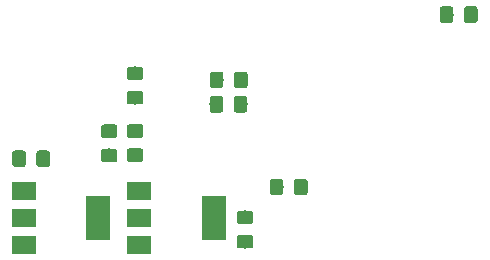
<source format=gbr>
G04 #@! TF.GenerationSoftware,KiCad,Pcbnew,(5.1.4)-1*
G04 #@! TF.CreationDate,2020-06-16T20:58:40+02:00*
G04 #@! TF.ProjectId,STM32F030C6_Board,53544d33-3246-4303-9330-43365f426f61,rev?*
G04 #@! TF.SameCoordinates,Original*
G04 #@! TF.FileFunction,Paste,Bot*
G04 #@! TF.FilePolarity,Positive*
%FSLAX46Y46*%
G04 Gerber Fmt 4.6, Leading zero omitted, Abs format (unit mm)*
G04 Created by KiCad (PCBNEW (5.1.4)-1) date 2020-06-16 20:58:40*
%MOMM*%
%LPD*%
G04 APERTURE LIST*
%ADD10C,0.100000*%
%ADD11C,1.150000*%
%ADD12R,2.000000X3.800000*%
%ADD13R,2.000000X1.500000*%
G04 APERTURE END LIST*
D10*
G36*
X167899504Y-103026205D02*
G01*
X167923772Y-103029805D01*
X167947571Y-103035766D01*
X167970670Y-103044031D01*
X167992849Y-103054521D01*
X168013892Y-103067133D01*
X168033598Y-103081748D01*
X168051776Y-103098224D01*
X168068252Y-103116402D01*
X168082867Y-103136108D01*
X168095479Y-103157151D01*
X168105969Y-103179330D01*
X168114234Y-103202429D01*
X168120195Y-103226228D01*
X168123795Y-103250496D01*
X168124999Y-103275000D01*
X168124999Y-104175002D01*
X168123795Y-104199506D01*
X168120195Y-104223774D01*
X168114234Y-104247573D01*
X168105969Y-104270672D01*
X168095479Y-104292851D01*
X168082867Y-104313894D01*
X168068252Y-104333600D01*
X168051776Y-104351778D01*
X168033598Y-104368254D01*
X168013892Y-104382869D01*
X167992849Y-104395481D01*
X167970670Y-104405971D01*
X167947571Y-104414236D01*
X167923772Y-104420197D01*
X167899504Y-104423797D01*
X167875000Y-104425001D01*
X167224998Y-104425001D01*
X167200494Y-104423797D01*
X167176226Y-104420197D01*
X167152427Y-104414236D01*
X167129328Y-104405971D01*
X167107149Y-104395481D01*
X167086106Y-104382869D01*
X167066400Y-104368254D01*
X167048222Y-104351778D01*
X167031746Y-104333600D01*
X167017131Y-104313894D01*
X167004519Y-104292851D01*
X166994029Y-104270672D01*
X166985764Y-104247573D01*
X166979803Y-104223774D01*
X166976203Y-104199506D01*
X166974999Y-104175002D01*
X166974999Y-103275000D01*
X166976203Y-103250496D01*
X166979803Y-103226228D01*
X166985764Y-103202429D01*
X166994029Y-103179330D01*
X167004519Y-103157151D01*
X167017131Y-103136108D01*
X167031746Y-103116402D01*
X167048222Y-103098224D01*
X167066400Y-103081748D01*
X167086106Y-103067133D01*
X167107149Y-103054521D01*
X167129328Y-103044031D01*
X167152427Y-103035766D01*
X167176226Y-103029805D01*
X167200494Y-103026205D01*
X167224998Y-103025001D01*
X167875000Y-103025001D01*
X167899504Y-103026205D01*
X167899504Y-103026205D01*
G37*
D11*
X167549999Y-103725001D03*
D10*
G36*
X165849504Y-103026205D02*
G01*
X165873772Y-103029805D01*
X165897571Y-103035766D01*
X165920670Y-103044031D01*
X165942849Y-103054521D01*
X165963892Y-103067133D01*
X165983598Y-103081748D01*
X166001776Y-103098224D01*
X166018252Y-103116402D01*
X166032867Y-103136108D01*
X166045479Y-103157151D01*
X166055969Y-103179330D01*
X166064234Y-103202429D01*
X166070195Y-103226228D01*
X166073795Y-103250496D01*
X166074999Y-103275000D01*
X166074999Y-104175002D01*
X166073795Y-104199506D01*
X166070195Y-104223774D01*
X166064234Y-104247573D01*
X166055969Y-104270672D01*
X166045479Y-104292851D01*
X166032867Y-104313894D01*
X166018252Y-104333600D01*
X166001776Y-104351778D01*
X165983598Y-104368254D01*
X165963892Y-104382869D01*
X165942849Y-104395481D01*
X165920670Y-104405971D01*
X165897571Y-104414236D01*
X165873772Y-104420197D01*
X165849504Y-104423797D01*
X165825000Y-104425001D01*
X165174998Y-104425001D01*
X165150494Y-104423797D01*
X165126226Y-104420197D01*
X165102427Y-104414236D01*
X165079328Y-104405971D01*
X165057149Y-104395481D01*
X165036106Y-104382869D01*
X165016400Y-104368254D01*
X164998222Y-104351778D01*
X164981746Y-104333600D01*
X164967131Y-104313894D01*
X164954519Y-104292851D01*
X164944029Y-104270672D01*
X164935764Y-104247573D01*
X164929803Y-104223774D01*
X164926203Y-104199506D01*
X164924999Y-104175002D01*
X164924999Y-103275000D01*
X164926203Y-103250496D01*
X164929803Y-103226228D01*
X164935764Y-103202429D01*
X164944029Y-103179330D01*
X164954519Y-103157151D01*
X164967131Y-103136108D01*
X164981746Y-103116402D01*
X164998222Y-103098224D01*
X165016400Y-103081748D01*
X165036106Y-103067133D01*
X165057149Y-103054521D01*
X165079328Y-103044031D01*
X165102427Y-103035766D01*
X165126226Y-103029805D01*
X165150494Y-103026205D01*
X165174998Y-103025001D01*
X165825000Y-103025001D01*
X165849504Y-103026205D01*
X165849504Y-103026205D01*
G37*
D11*
X165499999Y-103725001D03*
D10*
G36*
X159074505Y-102601204D02*
G01*
X159098773Y-102604804D01*
X159122572Y-102610765D01*
X159145671Y-102619030D01*
X159167850Y-102629520D01*
X159188893Y-102642132D01*
X159208599Y-102656747D01*
X159226777Y-102673223D01*
X159243253Y-102691401D01*
X159257868Y-102711107D01*
X159270480Y-102732150D01*
X159280970Y-102754329D01*
X159289235Y-102777428D01*
X159295196Y-102801227D01*
X159298796Y-102825495D01*
X159300000Y-102849999D01*
X159300000Y-103500001D01*
X159298796Y-103524505D01*
X159295196Y-103548773D01*
X159289235Y-103572572D01*
X159280970Y-103595671D01*
X159270480Y-103617850D01*
X159257868Y-103638893D01*
X159243253Y-103658599D01*
X159226777Y-103676777D01*
X159208599Y-103693253D01*
X159188893Y-103707868D01*
X159167850Y-103720480D01*
X159145671Y-103730970D01*
X159122572Y-103739235D01*
X159098773Y-103745196D01*
X159074505Y-103748796D01*
X159050001Y-103750000D01*
X158149999Y-103750000D01*
X158125495Y-103748796D01*
X158101227Y-103745196D01*
X158077428Y-103739235D01*
X158054329Y-103730970D01*
X158032150Y-103720480D01*
X158011107Y-103707868D01*
X157991401Y-103693253D01*
X157973223Y-103676777D01*
X157956747Y-103658599D01*
X157942132Y-103638893D01*
X157929520Y-103617850D01*
X157919030Y-103595671D01*
X157910765Y-103572572D01*
X157904804Y-103548773D01*
X157901204Y-103524505D01*
X157900000Y-103500001D01*
X157900000Y-102849999D01*
X157901204Y-102825495D01*
X157904804Y-102801227D01*
X157910765Y-102777428D01*
X157919030Y-102754329D01*
X157929520Y-102732150D01*
X157942132Y-102711107D01*
X157956747Y-102691401D01*
X157973223Y-102673223D01*
X157991401Y-102656747D01*
X158011107Y-102642132D01*
X158032150Y-102629520D01*
X158054329Y-102619030D01*
X158077428Y-102610765D01*
X158101227Y-102604804D01*
X158125495Y-102601204D01*
X158149999Y-102600000D01*
X159050001Y-102600000D01*
X159074505Y-102601204D01*
X159074505Y-102601204D01*
G37*
D11*
X158600000Y-103175000D03*
D10*
G36*
X159074505Y-104651204D02*
G01*
X159098773Y-104654804D01*
X159122572Y-104660765D01*
X159145671Y-104669030D01*
X159167850Y-104679520D01*
X159188893Y-104692132D01*
X159208599Y-104706747D01*
X159226777Y-104723223D01*
X159243253Y-104741401D01*
X159257868Y-104761107D01*
X159270480Y-104782150D01*
X159280970Y-104804329D01*
X159289235Y-104827428D01*
X159295196Y-104851227D01*
X159298796Y-104875495D01*
X159300000Y-104899999D01*
X159300000Y-105550001D01*
X159298796Y-105574505D01*
X159295196Y-105598773D01*
X159289235Y-105622572D01*
X159280970Y-105645671D01*
X159270480Y-105667850D01*
X159257868Y-105688893D01*
X159243253Y-105708599D01*
X159226777Y-105726777D01*
X159208599Y-105743253D01*
X159188893Y-105757868D01*
X159167850Y-105770480D01*
X159145671Y-105780970D01*
X159122572Y-105789235D01*
X159098773Y-105795196D01*
X159074505Y-105798796D01*
X159050001Y-105800000D01*
X158149999Y-105800000D01*
X158125495Y-105798796D01*
X158101227Y-105795196D01*
X158077428Y-105789235D01*
X158054329Y-105780970D01*
X158032150Y-105770480D01*
X158011107Y-105757868D01*
X157991401Y-105743253D01*
X157973223Y-105726777D01*
X157956747Y-105708599D01*
X157942132Y-105688893D01*
X157929520Y-105667850D01*
X157919030Y-105645671D01*
X157910765Y-105622572D01*
X157904804Y-105598773D01*
X157901204Y-105574505D01*
X157900000Y-105550001D01*
X157900000Y-104899999D01*
X157901204Y-104875495D01*
X157904804Y-104851227D01*
X157910765Y-104827428D01*
X157919030Y-104804329D01*
X157929520Y-104782150D01*
X157942132Y-104761107D01*
X157956747Y-104741401D01*
X157973223Y-104723223D01*
X157991401Y-104706747D01*
X158011107Y-104692132D01*
X158032150Y-104679520D01*
X158054329Y-104669030D01*
X158077428Y-104660765D01*
X158101227Y-104654804D01*
X158125495Y-104651204D01*
X158149999Y-104650000D01*
X159050001Y-104650000D01*
X159074505Y-104651204D01*
X159074505Y-104651204D01*
G37*
D11*
X158600000Y-105225000D03*
D10*
G36*
X159074505Y-107476204D02*
G01*
X159098773Y-107479804D01*
X159122572Y-107485765D01*
X159145671Y-107494030D01*
X159167850Y-107504520D01*
X159188893Y-107517132D01*
X159208599Y-107531747D01*
X159226777Y-107548223D01*
X159243253Y-107566401D01*
X159257868Y-107586107D01*
X159270480Y-107607150D01*
X159280970Y-107629329D01*
X159289235Y-107652428D01*
X159295196Y-107676227D01*
X159298796Y-107700495D01*
X159300000Y-107724999D01*
X159300000Y-108375001D01*
X159298796Y-108399505D01*
X159295196Y-108423773D01*
X159289235Y-108447572D01*
X159280970Y-108470671D01*
X159270480Y-108492850D01*
X159257868Y-108513893D01*
X159243253Y-108533599D01*
X159226777Y-108551777D01*
X159208599Y-108568253D01*
X159188893Y-108582868D01*
X159167850Y-108595480D01*
X159145671Y-108605970D01*
X159122572Y-108614235D01*
X159098773Y-108620196D01*
X159074505Y-108623796D01*
X159050001Y-108625000D01*
X158149999Y-108625000D01*
X158125495Y-108623796D01*
X158101227Y-108620196D01*
X158077428Y-108614235D01*
X158054329Y-108605970D01*
X158032150Y-108595480D01*
X158011107Y-108582868D01*
X157991401Y-108568253D01*
X157973223Y-108551777D01*
X157956747Y-108533599D01*
X157942132Y-108513893D01*
X157929520Y-108492850D01*
X157919030Y-108470671D01*
X157910765Y-108447572D01*
X157904804Y-108423773D01*
X157901204Y-108399505D01*
X157900000Y-108375001D01*
X157900000Y-107724999D01*
X157901204Y-107700495D01*
X157904804Y-107676227D01*
X157910765Y-107652428D01*
X157919030Y-107629329D01*
X157929520Y-107607150D01*
X157942132Y-107586107D01*
X157956747Y-107566401D01*
X157973223Y-107548223D01*
X157991401Y-107531747D01*
X158011107Y-107517132D01*
X158032150Y-107504520D01*
X158054329Y-107494030D01*
X158077428Y-107485765D01*
X158101227Y-107479804D01*
X158125495Y-107476204D01*
X158149999Y-107475000D01*
X159050001Y-107475000D01*
X159074505Y-107476204D01*
X159074505Y-107476204D01*
G37*
D11*
X158600000Y-108050000D03*
D10*
G36*
X159074505Y-109526204D02*
G01*
X159098773Y-109529804D01*
X159122572Y-109535765D01*
X159145671Y-109544030D01*
X159167850Y-109554520D01*
X159188893Y-109567132D01*
X159208599Y-109581747D01*
X159226777Y-109598223D01*
X159243253Y-109616401D01*
X159257868Y-109636107D01*
X159270480Y-109657150D01*
X159280970Y-109679329D01*
X159289235Y-109702428D01*
X159295196Y-109726227D01*
X159298796Y-109750495D01*
X159300000Y-109774999D01*
X159300000Y-110425001D01*
X159298796Y-110449505D01*
X159295196Y-110473773D01*
X159289235Y-110497572D01*
X159280970Y-110520671D01*
X159270480Y-110542850D01*
X159257868Y-110563893D01*
X159243253Y-110583599D01*
X159226777Y-110601777D01*
X159208599Y-110618253D01*
X159188893Y-110632868D01*
X159167850Y-110645480D01*
X159145671Y-110655970D01*
X159122572Y-110664235D01*
X159098773Y-110670196D01*
X159074505Y-110673796D01*
X159050001Y-110675000D01*
X158149999Y-110675000D01*
X158125495Y-110673796D01*
X158101227Y-110670196D01*
X158077428Y-110664235D01*
X158054329Y-110655970D01*
X158032150Y-110645480D01*
X158011107Y-110632868D01*
X157991401Y-110618253D01*
X157973223Y-110601777D01*
X157956747Y-110583599D01*
X157942132Y-110563893D01*
X157929520Y-110542850D01*
X157919030Y-110520671D01*
X157910765Y-110497572D01*
X157904804Y-110473773D01*
X157901204Y-110449505D01*
X157900000Y-110425001D01*
X157900000Y-109774999D01*
X157901204Y-109750495D01*
X157904804Y-109726227D01*
X157910765Y-109702428D01*
X157919030Y-109679329D01*
X157929520Y-109657150D01*
X157942132Y-109636107D01*
X157956747Y-109616401D01*
X157973223Y-109598223D01*
X157991401Y-109581747D01*
X158011107Y-109567132D01*
X158032150Y-109554520D01*
X158054329Y-109544030D01*
X158077428Y-109535765D01*
X158101227Y-109529804D01*
X158125495Y-109526204D01*
X158149999Y-109525000D01*
X159050001Y-109525000D01*
X159074505Y-109526204D01*
X159074505Y-109526204D01*
G37*
D11*
X158600000Y-110100000D03*
D10*
G36*
X156874505Y-109551204D02*
G01*
X156898773Y-109554804D01*
X156922572Y-109560765D01*
X156945671Y-109569030D01*
X156967850Y-109579520D01*
X156988893Y-109592132D01*
X157008599Y-109606747D01*
X157026777Y-109623223D01*
X157043253Y-109641401D01*
X157057868Y-109661107D01*
X157070480Y-109682150D01*
X157080970Y-109704329D01*
X157089235Y-109727428D01*
X157095196Y-109751227D01*
X157098796Y-109775495D01*
X157100000Y-109799999D01*
X157100000Y-110450001D01*
X157098796Y-110474505D01*
X157095196Y-110498773D01*
X157089235Y-110522572D01*
X157080970Y-110545671D01*
X157070480Y-110567850D01*
X157057868Y-110588893D01*
X157043253Y-110608599D01*
X157026777Y-110626777D01*
X157008599Y-110643253D01*
X156988893Y-110657868D01*
X156967850Y-110670480D01*
X156945671Y-110680970D01*
X156922572Y-110689235D01*
X156898773Y-110695196D01*
X156874505Y-110698796D01*
X156850001Y-110700000D01*
X155949999Y-110700000D01*
X155925495Y-110698796D01*
X155901227Y-110695196D01*
X155877428Y-110689235D01*
X155854329Y-110680970D01*
X155832150Y-110670480D01*
X155811107Y-110657868D01*
X155791401Y-110643253D01*
X155773223Y-110626777D01*
X155756747Y-110608599D01*
X155742132Y-110588893D01*
X155729520Y-110567850D01*
X155719030Y-110545671D01*
X155710765Y-110522572D01*
X155704804Y-110498773D01*
X155701204Y-110474505D01*
X155700000Y-110450001D01*
X155700000Y-109799999D01*
X155701204Y-109775495D01*
X155704804Y-109751227D01*
X155710765Y-109727428D01*
X155719030Y-109704329D01*
X155729520Y-109682150D01*
X155742132Y-109661107D01*
X155756747Y-109641401D01*
X155773223Y-109623223D01*
X155791401Y-109606747D01*
X155811107Y-109592132D01*
X155832150Y-109579520D01*
X155854329Y-109569030D01*
X155877428Y-109560765D01*
X155901227Y-109554804D01*
X155925495Y-109551204D01*
X155949999Y-109550000D01*
X156850001Y-109550000D01*
X156874505Y-109551204D01*
X156874505Y-109551204D01*
G37*
D11*
X156400000Y-110125000D03*
D10*
G36*
X156874505Y-107501204D02*
G01*
X156898773Y-107504804D01*
X156922572Y-107510765D01*
X156945671Y-107519030D01*
X156967850Y-107529520D01*
X156988893Y-107542132D01*
X157008599Y-107556747D01*
X157026777Y-107573223D01*
X157043253Y-107591401D01*
X157057868Y-107611107D01*
X157070480Y-107632150D01*
X157080970Y-107654329D01*
X157089235Y-107677428D01*
X157095196Y-107701227D01*
X157098796Y-107725495D01*
X157100000Y-107749999D01*
X157100000Y-108400001D01*
X157098796Y-108424505D01*
X157095196Y-108448773D01*
X157089235Y-108472572D01*
X157080970Y-108495671D01*
X157070480Y-108517850D01*
X157057868Y-108538893D01*
X157043253Y-108558599D01*
X157026777Y-108576777D01*
X157008599Y-108593253D01*
X156988893Y-108607868D01*
X156967850Y-108620480D01*
X156945671Y-108630970D01*
X156922572Y-108639235D01*
X156898773Y-108645196D01*
X156874505Y-108648796D01*
X156850001Y-108650000D01*
X155949999Y-108650000D01*
X155925495Y-108648796D01*
X155901227Y-108645196D01*
X155877428Y-108639235D01*
X155854329Y-108630970D01*
X155832150Y-108620480D01*
X155811107Y-108607868D01*
X155791401Y-108593253D01*
X155773223Y-108576777D01*
X155756747Y-108558599D01*
X155742132Y-108538893D01*
X155729520Y-108517850D01*
X155719030Y-108495671D01*
X155710765Y-108472572D01*
X155704804Y-108448773D01*
X155701204Y-108424505D01*
X155700000Y-108400001D01*
X155700000Y-107749999D01*
X155701204Y-107725495D01*
X155704804Y-107701227D01*
X155710765Y-107677428D01*
X155719030Y-107654329D01*
X155729520Y-107632150D01*
X155742132Y-107611107D01*
X155756747Y-107591401D01*
X155773223Y-107573223D01*
X155791401Y-107556747D01*
X155811107Y-107542132D01*
X155832150Y-107529520D01*
X155854329Y-107519030D01*
X155877428Y-107510765D01*
X155901227Y-107504804D01*
X155925495Y-107501204D01*
X155949999Y-107500000D01*
X156850001Y-107500000D01*
X156874505Y-107501204D01*
X156874505Y-107501204D01*
G37*
D11*
X156400000Y-108075000D03*
D10*
G36*
X149124505Y-109701204D02*
G01*
X149148773Y-109704804D01*
X149172572Y-109710765D01*
X149195671Y-109719030D01*
X149217850Y-109729520D01*
X149238893Y-109742132D01*
X149258599Y-109756747D01*
X149276777Y-109773223D01*
X149293253Y-109791401D01*
X149307868Y-109811107D01*
X149320480Y-109832150D01*
X149330970Y-109854329D01*
X149339235Y-109877428D01*
X149345196Y-109901227D01*
X149348796Y-109925495D01*
X149350000Y-109949999D01*
X149350000Y-110850001D01*
X149348796Y-110874505D01*
X149345196Y-110898773D01*
X149339235Y-110922572D01*
X149330970Y-110945671D01*
X149320480Y-110967850D01*
X149307868Y-110988893D01*
X149293253Y-111008599D01*
X149276777Y-111026777D01*
X149258599Y-111043253D01*
X149238893Y-111057868D01*
X149217850Y-111070480D01*
X149195671Y-111080970D01*
X149172572Y-111089235D01*
X149148773Y-111095196D01*
X149124505Y-111098796D01*
X149100001Y-111100000D01*
X148449999Y-111100000D01*
X148425495Y-111098796D01*
X148401227Y-111095196D01*
X148377428Y-111089235D01*
X148354329Y-111080970D01*
X148332150Y-111070480D01*
X148311107Y-111057868D01*
X148291401Y-111043253D01*
X148273223Y-111026777D01*
X148256747Y-111008599D01*
X148242132Y-110988893D01*
X148229520Y-110967850D01*
X148219030Y-110945671D01*
X148210765Y-110922572D01*
X148204804Y-110898773D01*
X148201204Y-110874505D01*
X148200000Y-110850001D01*
X148200000Y-109949999D01*
X148201204Y-109925495D01*
X148204804Y-109901227D01*
X148210765Y-109877428D01*
X148219030Y-109854329D01*
X148229520Y-109832150D01*
X148242132Y-109811107D01*
X148256747Y-109791401D01*
X148273223Y-109773223D01*
X148291401Y-109756747D01*
X148311107Y-109742132D01*
X148332150Y-109729520D01*
X148354329Y-109719030D01*
X148377428Y-109710765D01*
X148401227Y-109704804D01*
X148425495Y-109701204D01*
X148449999Y-109700000D01*
X149100001Y-109700000D01*
X149124505Y-109701204D01*
X149124505Y-109701204D01*
G37*
D11*
X148775000Y-110400000D03*
D10*
G36*
X151174505Y-109701204D02*
G01*
X151198773Y-109704804D01*
X151222572Y-109710765D01*
X151245671Y-109719030D01*
X151267850Y-109729520D01*
X151288893Y-109742132D01*
X151308599Y-109756747D01*
X151326777Y-109773223D01*
X151343253Y-109791401D01*
X151357868Y-109811107D01*
X151370480Y-109832150D01*
X151380970Y-109854329D01*
X151389235Y-109877428D01*
X151395196Y-109901227D01*
X151398796Y-109925495D01*
X151400000Y-109949999D01*
X151400000Y-110850001D01*
X151398796Y-110874505D01*
X151395196Y-110898773D01*
X151389235Y-110922572D01*
X151380970Y-110945671D01*
X151370480Y-110967850D01*
X151357868Y-110988893D01*
X151343253Y-111008599D01*
X151326777Y-111026777D01*
X151308599Y-111043253D01*
X151288893Y-111057868D01*
X151267850Y-111070480D01*
X151245671Y-111080970D01*
X151222572Y-111089235D01*
X151198773Y-111095196D01*
X151174505Y-111098796D01*
X151150001Y-111100000D01*
X150499999Y-111100000D01*
X150475495Y-111098796D01*
X150451227Y-111095196D01*
X150427428Y-111089235D01*
X150404329Y-111080970D01*
X150382150Y-111070480D01*
X150361107Y-111057868D01*
X150341401Y-111043253D01*
X150323223Y-111026777D01*
X150306747Y-111008599D01*
X150292132Y-110988893D01*
X150279520Y-110967850D01*
X150269030Y-110945671D01*
X150260765Y-110922572D01*
X150254804Y-110898773D01*
X150251204Y-110874505D01*
X150250000Y-110850001D01*
X150250000Y-109949999D01*
X150251204Y-109925495D01*
X150254804Y-109901227D01*
X150260765Y-109877428D01*
X150269030Y-109854329D01*
X150279520Y-109832150D01*
X150292132Y-109811107D01*
X150306747Y-109791401D01*
X150323223Y-109773223D01*
X150341401Y-109756747D01*
X150361107Y-109742132D01*
X150382150Y-109729520D01*
X150404329Y-109719030D01*
X150427428Y-109710765D01*
X150451227Y-109704804D01*
X150475495Y-109701204D01*
X150499999Y-109700000D01*
X151150001Y-109700000D01*
X151174505Y-109701204D01*
X151174505Y-109701204D01*
G37*
D11*
X150825000Y-110400000D03*
D10*
G36*
X168374505Y-116851204D02*
G01*
X168398773Y-116854804D01*
X168422572Y-116860765D01*
X168445671Y-116869030D01*
X168467850Y-116879520D01*
X168488893Y-116892132D01*
X168508599Y-116906747D01*
X168526777Y-116923223D01*
X168543253Y-116941401D01*
X168557868Y-116961107D01*
X168570480Y-116982150D01*
X168580970Y-117004329D01*
X168589235Y-117027428D01*
X168595196Y-117051227D01*
X168598796Y-117075495D01*
X168600000Y-117099999D01*
X168600000Y-117750001D01*
X168598796Y-117774505D01*
X168595196Y-117798773D01*
X168589235Y-117822572D01*
X168580970Y-117845671D01*
X168570480Y-117867850D01*
X168557868Y-117888893D01*
X168543253Y-117908599D01*
X168526777Y-117926777D01*
X168508599Y-117943253D01*
X168488893Y-117957868D01*
X168467850Y-117970480D01*
X168445671Y-117980970D01*
X168422572Y-117989235D01*
X168398773Y-117995196D01*
X168374505Y-117998796D01*
X168350001Y-118000000D01*
X167449999Y-118000000D01*
X167425495Y-117998796D01*
X167401227Y-117995196D01*
X167377428Y-117989235D01*
X167354329Y-117980970D01*
X167332150Y-117970480D01*
X167311107Y-117957868D01*
X167291401Y-117943253D01*
X167273223Y-117926777D01*
X167256747Y-117908599D01*
X167242132Y-117888893D01*
X167229520Y-117867850D01*
X167219030Y-117845671D01*
X167210765Y-117822572D01*
X167204804Y-117798773D01*
X167201204Y-117774505D01*
X167200000Y-117750001D01*
X167200000Y-117099999D01*
X167201204Y-117075495D01*
X167204804Y-117051227D01*
X167210765Y-117027428D01*
X167219030Y-117004329D01*
X167229520Y-116982150D01*
X167242132Y-116961107D01*
X167256747Y-116941401D01*
X167273223Y-116923223D01*
X167291401Y-116906747D01*
X167311107Y-116892132D01*
X167332150Y-116879520D01*
X167354329Y-116869030D01*
X167377428Y-116860765D01*
X167401227Y-116854804D01*
X167425495Y-116851204D01*
X167449999Y-116850000D01*
X168350001Y-116850000D01*
X168374505Y-116851204D01*
X168374505Y-116851204D01*
G37*
D11*
X167900000Y-117425000D03*
D10*
G36*
X168374505Y-114801204D02*
G01*
X168398773Y-114804804D01*
X168422572Y-114810765D01*
X168445671Y-114819030D01*
X168467850Y-114829520D01*
X168488893Y-114842132D01*
X168508599Y-114856747D01*
X168526777Y-114873223D01*
X168543253Y-114891401D01*
X168557868Y-114911107D01*
X168570480Y-114932150D01*
X168580970Y-114954329D01*
X168589235Y-114977428D01*
X168595196Y-115001227D01*
X168598796Y-115025495D01*
X168600000Y-115049999D01*
X168600000Y-115700001D01*
X168598796Y-115724505D01*
X168595196Y-115748773D01*
X168589235Y-115772572D01*
X168580970Y-115795671D01*
X168570480Y-115817850D01*
X168557868Y-115838893D01*
X168543253Y-115858599D01*
X168526777Y-115876777D01*
X168508599Y-115893253D01*
X168488893Y-115907868D01*
X168467850Y-115920480D01*
X168445671Y-115930970D01*
X168422572Y-115939235D01*
X168398773Y-115945196D01*
X168374505Y-115948796D01*
X168350001Y-115950000D01*
X167449999Y-115950000D01*
X167425495Y-115948796D01*
X167401227Y-115945196D01*
X167377428Y-115939235D01*
X167354329Y-115930970D01*
X167332150Y-115920480D01*
X167311107Y-115907868D01*
X167291401Y-115893253D01*
X167273223Y-115876777D01*
X167256747Y-115858599D01*
X167242132Y-115838893D01*
X167229520Y-115817850D01*
X167219030Y-115795671D01*
X167210765Y-115772572D01*
X167204804Y-115748773D01*
X167201204Y-115724505D01*
X167200000Y-115700001D01*
X167200000Y-115049999D01*
X167201204Y-115025495D01*
X167204804Y-115001227D01*
X167210765Y-114977428D01*
X167219030Y-114954329D01*
X167229520Y-114932150D01*
X167242132Y-114911107D01*
X167256747Y-114891401D01*
X167273223Y-114873223D01*
X167291401Y-114856747D01*
X167311107Y-114842132D01*
X167332150Y-114829520D01*
X167354329Y-114819030D01*
X167377428Y-114810765D01*
X167401227Y-114804804D01*
X167425495Y-114801204D01*
X167449999Y-114800000D01*
X168350001Y-114800000D01*
X168374505Y-114801204D01*
X168374505Y-114801204D01*
G37*
D11*
X167900000Y-115375000D03*
D10*
G36*
X187374505Y-97501204D02*
G01*
X187398773Y-97504804D01*
X187422572Y-97510765D01*
X187445671Y-97519030D01*
X187467850Y-97529520D01*
X187488893Y-97542132D01*
X187508599Y-97556747D01*
X187526777Y-97573223D01*
X187543253Y-97591401D01*
X187557868Y-97611107D01*
X187570480Y-97632150D01*
X187580970Y-97654329D01*
X187589235Y-97677428D01*
X187595196Y-97701227D01*
X187598796Y-97725495D01*
X187600000Y-97749999D01*
X187600000Y-98650001D01*
X187598796Y-98674505D01*
X187595196Y-98698773D01*
X187589235Y-98722572D01*
X187580970Y-98745671D01*
X187570480Y-98767850D01*
X187557868Y-98788893D01*
X187543253Y-98808599D01*
X187526777Y-98826777D01*
X187508599Y-98843253D01*
X187488893Y-98857868D01*
X187467850Y-98870480D01*
X187445671Y-98880970D01*
X187422572Y-98889235D01*
X187398773Y-98895196D01*
X187374505Y-98898796D01*
X187350001Y-98900000D01*
X186699999Y-98900000D01*
X186675495Y-98898796D01*
X186651227Y-98895196D01*
X186627428Y-98889235D01*
X186604329Y-98880970D01*
X186582150Y-98870480D01*
X186561107Y-98857868D01*
X186541401Y-98843253D01*
X186523223Y-98826777D01*
X186506747Y-98808599D01*
X186492132Y-98788893D01*
X186479520Y-98767850D01*
X186469030Y-98745671D01*
X186460765Y-98722572D01*
X186454804Y-98698773D01*
X186451204Y-98674505D01*
X186450000Y-98650001D01*
X186450000Y-97749999D01*
X186451204Y-97725495D01*
X186454804Y-97701227D01*
X186460765Y-97677428D01*
X186469030Y-97654329D01*
X186479520Y-97632150D01*
X186492132Y-97611107D01*
X186506747Y-97591401D01*
X186523223Y-97573223D01*
X186541401Y-97556747D01*
X186561107Y-97542132D01*
X186582150Y-97529520D01*
X186604329Y-97519030D01*
X186627428Y-97510765D01*
X186651227Y-97504804D01*
X186675495Y-97501204D01*
X186699999Y-97500000D01*
X187350001Y-97500000D01*
X187374505Y-97501204D01*
X187374505Y-97501204D01*
G37*
D11*
X187025000Y-98200000D03*
D10*
G36*
X185324505Y-97501204D02*
G01*
X185348773Y-97504804D01*
X185372572Y-97510765D01*
X185395671Y-97519030D01*
X185417850Y-97529520D01*
X185438893Y-97542132D01*
X185458599Y-97556747D01*
X185476777Y-97573223D01*
X185493253Y-97591401D01*
X185507868Y-97611107D01*
X185520480Y-97632150D01*
X185530970Y-97654329D01*
X185539235Y-97677428D01*
X185545196Y-97701227D01*
X185548796Y-97725495D01*
X185550000Y-97749999D01*
X185550000Y-98650001D01*
X185548796Y-98674505D01*
X185545196Y-98698773D01*
X185539235Y-98722572D01*
X185530970Y-98745671D01*
X185520480Y-98767850D01*
X185507868Y-98788893D01*
X185493253Y-98808599D01*
X185476777Y-98826777D01*
X185458599Y-98843253D01*
X185438893Y-98857868D01*
X185417850Y-98870480D01*
X185395671Y-98880970D01*
X185372572Y-98889235D01*
X185348773Y-98895196D01*
X185324505Y-98898796D01*
X185300001Y-98900000D01*
X184649999Y-98900000D01*
X184625495Y-98898796D01*
X184601227Y-98895196D01*
X184577428Y-98889235D01*
X184554329Y-98880970D01*
X184532150Y-98870480D01*
X184511107Y-98857868D01*
X184491401Y-98843253D01*
X184473223Y-98826777D01*
X184456747Y-98808599D01*
X184442132Y-98788893D01*
X184429520Y-98767850D01*
X184419030Y-98745671D01*
X184410765Y-98722572D01*
X184404804Y-98698773D01*
X184401204Y-98674505D01*
X184400000Y-98650001D01*
X184400000Y-97749999D01*
X184401204Y-97725495D01*
X184404804Y-97701227D01*
X184410765Y-97677428D01*
X184419030Y-97654329D01*
X184429520Y-97632150D01*
X184442132Y-97611107D01*
X184456747Y-97591401D01*
X184473223Y-97573223D01*
X184491401Y-97556747D01*
X184511107Y-97542132D01*
X184532150Y-97529520D01*
X184554329Y-97519030D01*
X184577428Y-97510765D01*
X184601227Y-97504804D01*
X184625495Y-97501204D01*
X184649999Y-97500000D01*
X185300001Y-97500000D01*
X185324505Y-97501204D01*
X185324505Y-97501204D01*
G37*
D11*
X184975000Y-98200000D03*
D10*
G36*
X165824505Y-105101204D02*
G01*
X165848773Y-105104804D01*
X165872572Y-105110765D01*
X165895671Y-105119030D01*
X165917850Y-105129520D01*
X165938893Y-105142132D01*
X165958599Y-105156747D01*
X165976777Y-105173223D01*
X165993253Y-105191401D01*
X166007868Y-105211107D01*
X166020480Y-105232150D01*
X166030970Y-105254329D01*
X166039235Y-105277428D01*
X166045196Y-105301227D01*
X166048796Y-105325495D01*
X166050000Y-105349999D01*
X166050000Y-106250001D01*
X166048796Y-106274505D01*
X166045196Y-106298773D01*
X166039235Y-106322572D01*
X166030970Y-106345671D01*
X166020480Y-106367850D01*
X166007868Y-106388893D01*
X165993253Y-106408599D01*
X165976777Y-106426777D01*
X165958599Y-106443253D01*
X165938893Y-106457868D01*
X165917850Y-106470480D01*
X165895671Y-106480970D01*
X165872572Y-106489235D01*
X165848773Y-106495196D01*
X165824505Y-106498796D01*
X165800001Y-106500000D01*
X165149999Y-106500000D01*
X165125495Y-106498796D01*
X165101227Y-106495196D01*
X165077428Y-106489235D01*
X165054329Y-106480970D01*
X165032150Y-106470480D01*
X165011107Y-106457868D01*
X164991401Y-106443253D01*
X164973223Y-106426777D01*
X164956747Y-106408599D01*
X164942132Y-106388893D01*
X164929520Y-106367850D01*
X164919030Y-106345671D01*
X164910765Y-106322572D01*
X164904804Y-106298773D01*
X164901204Y-106274505D01*
X164900000Y-106250001D01*
X164900000Y-105349999D01*
X164901204Y-105325495D01*
X164904804Y-105301227D01*
X164910765Y-105277428D01*
X164919030Y-105254329D01*
X164929520Y-105232150D01*
X164942132Y-105211107D01*
X164956747Y-105191401D01*
X164973223Y-105173223D01*
X164991401Y-105156747D01*
X165011107Y-105142132D01*
X165032150Y-105129520D01*
X165054329Y-105119030D01*
X165077428Y-105110765D01*
X165101227Y-105104804D01*
X165125495Y-105101204D01*
X165149999Y-105100000D01*
X165800001Y-105100000D01*
X165824505Y-105101204D01*
X165824505Y-105101204D01*
G37*
D11*
X165475000Y-105800000D03*
D10*
G36*
X167874505Y-105101204D02*
G01*
X167898773Y-105104804D01*
X167922572Y-105110765D01*
X167945671Y-105119030D01*
X167967850Y-105129520D01*
X167988893Y-105142132D01*
X168008599Y-105156747D01*
X168026777Y-105173223D01*
X168043253Y-105191401D01*
X168057868Y-105211107D01*
X168070480Y-105232150D01*
X168080970Y-105254329D01*
X168089235Y-105277428D01*
X168095196Y-105301227D01*
X168098796Y-105325495D01*
X168100000Y-105349999D01*
X168100000Y-106250001D01*
X168098796Y-106274505D01*
X168095196Y-106298773D01*
X168089235Y-106322572D01*
X168080970Y-106345671D01*
X168070480Y-106367850D01*
X168057868Y-106388893D01*
X168043253Y-106408599D01*
X168026777Y-106426777D01*
X168008599Y-106443253D01*
X167988893Y-106457868D01*
X167967850Y-106470480D01*
X167945671Y-106480970D01*
X167922572Y-106489235D01*
X167898773Y-106495196D01*
X167874505Y-106498796D01*
X167850001Y-106500000D01*
X167199999Y-106500000D01*
X167175495Y-106498796D01*
X167151227Y-106495196D01*
X167127428Y-106489235D01*
X167104329Y-106480970D01*
X167082150Y-106470480D01*
X167061107Y-106457868D01*
X167041401Y-106443253D01*
X167023223Y-106426777D01*
X167006747Y-106408599D01*
X166992132Y-106388893D01*
X166979520Y-106367850D01*
X166969030Y-106345671D01*
X166960765Y-106322572D01*
X166954804Y-106298773D01*
X166951204Y-106274505D01*
X166950000Y-106250001D01*
X166950000Y-105349999D01*
X166951204Y-105325495D01*
X166954804Y-105301227D01*
X166960765Y-105277428D01*
X166969030Y-105254329D01*
X166979520Y-105232150D01*
X166992132Y-105211107D01*
X167006747Y-105191401D01*
X167023223Y-105173223D01*
X167041401Y-105156747D01*
X167061107Y-105142132D01*
X167082150Y-105129520D01*
X167104329Y-105119030D01*
X167127428Y-105110765D01*
X167151227Y-105104804D01*
X167175495Y-105101204D01*
X167199999Y-105100000D01*
X167850001Y-105100000D01*
X167874505Y-105101204D01*
X167874505Y-105101204D01*
G37*
D11*
X167525000Y-105800000D03*
D10*
G36*
X170924505Y-112101204D02*
G01*
X170948773Y-112104804D01*
X170972572Y-112110765D01*
X170995671Y-112119030D01*
X171017850Y-112129520D01*
X171038893Y-112142132D01*
X171058599Y-112156747D01*
X171076777Y-112173223D01*
X171093253Y-112191401D01*
X171107868Y-112211107D01*
X171120480Y-112232150D01*
X171130970Y-112254329D01*
X171139235Y-112277428D01*
X171145196Y-112301227D01*
X171148796Y-112325495D01*
X171150000Y-112349999D01*
X171150000Y-113250001D01*
X171148796Y-113274505D01*
X171145196Y-113298773D01*
X171139235Y-113322572D01*
X171130970Y-113345671D01*
X171120480Y-113367850D01*
X171107868Y-113388893D01*
X171093253Y-113408599D01*
X171076777Y-113426777D01*
X171058599Y-113443253D01*
X171038893Y-113457868D01*
X171017850Y-113470480D01*
X170995671Y-113480970D01*
X170972572Y-113489235D01*
X170948773Y-113495196D01*
X170924505Y-113498796D01*
X170900001Y-113500000D01*
X170249999Y-113500000D01*
X170225495Y-113498796D01*
X170201227Y-113495196D01*
X170177428Y-113489235D01*
X170154329Y-113480970D01*
X170132150Y-113470480D01*
X170111107Y-113457868D01*
X170091401Y-113443253D01*
X170073223Y-113426777D01*
X170056747Y-113408599D01*
X170042132Y-113388893D01*
X170029520Y-113367850D01*
X170019030Y-113345671D01*
X170010765Y-113322572D01*
X170004804Y-113298773D01*
X170001204Y-113274505D01*
X170000000Y-113250001D01*
X170000000Y-112349999D01*
X170001204Y-112325495D01*
X170004804Y-112301227D01*
X170010765Y-112277428D01*
X170019030Y-112254329D01*
X170029520Y-112232150D01*
X170042132Y-112211107D01*
X170056747Y-112191401D01*
X170073223Y-112173223D01*
X170091401Y-112156747D01*
X170111107Y-112142132D01*
X170132150Y-112129520D01*
X170154329Y-112119030D01*
X170177428Y-112110765D01*
X170201227Y-112104804D01*
X170225495Y-112101204D01*
X170249999Y-112100000D01*
X170900001Y-112100000D01*
X170924505Y-112101204D01*
X170924505Y-112101204D01*
G37*
D11*
X170575000Y-112800000D03*
D10*
G36*
X172974505Y-112101204D02*
G01*
X172998773Y-112104804D01*
X173022572Y-112110765D01*
X173045671Y-112119030D01*
X173067850Y-112129520D01*
X173088893Y-112142132D01*
X173108599Y-112156747D01*
X173126777Y-112173223D01*
X173143253Y-112191401D01*
X173157868Y-112211107D01*
X173170480Y-112232150D01*
X173180970Y-112254329D01*
X173189235Y-112277428D01*
X173195196Y-112301227D01*
X173198796Y-112325495D01*
X173200000Y-112349999D01*
X173200000Y-113250001D01*
X173198796Y-113274505D01*
X173195196Y-113298773D01*
X173189235Y-113322572D01*
X173180970Y-113345671D01*
X173170480Y-113367850D01*
X173157868Y-113388893D01*
X173143253Y-113408599D01*
X173126777Y-113426777D01*
X173108599Y-113443253D01*
X173088893Y-113457868D01*
X173067850Y-113470480D01*
X173045671Y-113480970D01*
X173022572Y-113489235D01*
X172998773Y-113495196D01*
X172974505Y-113498796D01*
X172950001Y-113500000D01*
X172299999Y-113500000D01*
X172275495Y-113498796D01*
X172251227Y-113495196D01*
X172227428Y-113489235D01*
X172204329Y-113480970D01*
X172182150Y-113470480D01*
X172161107Y-113457868D01*
X172141401Y-113443253D01*
X172123223Y-113426777D01*
X172106747Y-113408599D01*
X172092132Y-113388893D01*
X172079520Y-113367850D01*
X172069030Y-113345671D01*
X172060765Y-113322572D01*
X172054804Y-113298773D01*
X172051204Y-113274505D01*
X172050000Y-113250001D01*
X172050000Y-112349999D01*
X172051204Y-112325495D01*
X172054804Y-112301227D01*
X172060765Y-112277428D01*
X172069030Y-112254329D01*
X172079520Y-112232150D01*
X172092132Y-112211107D01*
X172106747Y-112191401D01*
X172123223Y-112173223D01*
X172141401Y-112156747D01*
X172161107Y-112142132D01*
X172182150Y-112129520D01*
X172204329Y-112119030D01*
X172227428Y-112110765D01*
X172251227Y-112104804D01*
X172275495Y-112101204D01*
X172299999Y-112100000D01*
X172950001Y-112100000D01*
X172974505Y-112101204D01*
X172974505Y-112101204D01*
G37*
D11*
X172625000Y-112800000D03*
D12*
X165250000Y-115400000D03*
D13*
X158950000Y-115400000D03*
X158950000Y-113100000D03*
X158950000Y-117700000D03*
X149200000Y-117700000D03*
X149200000Y-113100000D03*
X149200000Y-115400000D03*
D12*
X155500000Y-115400000D03*
M02*

</source>
